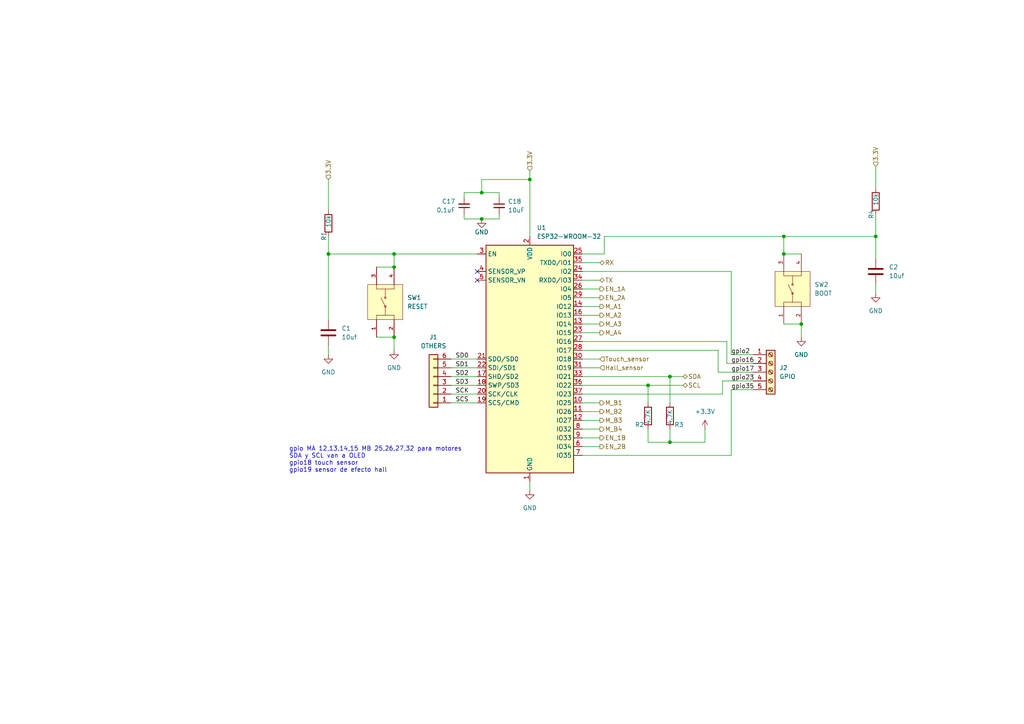
<source format=kicad_sch>
(kicad_sch (version 20211123) (generator eeschema)
  (paper "A4")
  (lib_symbols
    (symbol "1825910-6:1825910-6" (pin_names (offset 1.016) hide)
      (property "Reference" "SW" (at -5.08 5.842 0))
      (property "Value" "1825910-6" (at -5.08 -7.62 0))
      (symbol "1825910-6_0_0"
        (rectangle (start -5.08 -5.08) (end 5.08 5.08) (stroke (width 0.127)) (fill (type background)))
        (circle (center -1.27 0) (radius 0.254) (stroke (width 0.127)))
        (polyline (pts (xy -5.08 2.54) (xy -3.81 2.54)) (stroke (width 0.127)))
        (polyline (pts (xy -3.81 -2.54) (xy -5.08 -2.54)) (stroke (width 0.127)))
        (polyline (pts (xy -3.81 0) (xy -3.81 -2.54)) (stroke (width 0.127)))
        (polyline (pts (xy -3.81 0) (xy -1.27 0)) (stroke (width 0.127)))
        (polyline (pts (xy -3.81 2.54) (xy -3.81 0)) (stroke (width 0.127)))
        (polyline (pts (xy -1.27 0) (xy 1.27 1.27)) (stroke (width 0.127)))
        (polyline (pts (xy 1.27 0) (xy 3.81 0)) (stroke (width 0.127)))
        (polyline (pts (xy 3.81 -2.54) (xy 5.08 -2.54)) (stroke (width 0.127)))
        (polyline (pts (xy 3.81 0) (xy 3.81 -2.54)) (stroke (width 0.127)))
        (polyline (pts (xy 3.81 0) (xy 3.81 2.54)) (stroke (width 0.127)))
        (polyline (pts (xy 3.81 2.54) (xy 5.08 2.54)) (stroke (width 0.127)))
        (circle (center 1.27 0) (radius 0.254) (stroke (width 0.127)))
        (pin passive line (at -10.16 2.54 0) (length 5.08) (name "~") (number "1"))
        (pin passive line (at -10.16 -2.54 0) (length 5.08) (name "~") (number "2"))
        (pin passive line (at 10.16 2.54 180) (length 5.08) (name "~") (number "3"))
        (pin passive line (at 10.16 -2.54 180) (length 5.08) (name "~") (number "4"))
      )
    )
    (symbol "Connector:Screw_Terminal_01x05" (pin_names (offset 1.016) hide)
      (property "Reference" "J" (at 0 7.62 0))
      (property "Value" "Screw_Terminal_01x05" (at 0 -7.62 0))
      (symbol "Screw_Terminal_01x05_1_1"
        (rectangle (start -1.27 6.35) (end 1.27 -6.35) (stroke (width 0.254)) (fill (type background)))
        (circle (center 0 -5.08) (radius 0.635) (stroke (width 0.1524)))
        (circle (center 0 -2.54) (radius 0.635) (stroke (width 0.1524)))
        (polyline (pts (xy -0.5334 -4.7498) (xy 0.3302 -5.588)) (stroke (width 0.1524)))
        (polyline (pts (xy -0.5334 -2.2098) (xy 0.3302 -3.048)) (stroke (width 0.1524)))
        (polyline (pts (xy -0.5334 0.3302) (xy 0.3302 -0.508)) (stroke (width 0.1524)))
        (polyline (pts (xy -0.5334 2.8702) (xy 0.3302 2.032)) (stroke (width 0.1524)))
        (polyline (pts (xy -0.5334 5.4102) (xy 0.3302 4.572)) (stroke (width 0.1524)))
        (polyline (pts (xy -0.3556 -4.572) (xy 0.508 -5.4102)) (stroke (width 0.1524)))
        (polyline (pts (xy -0.3556 -2.032) (xy 0.508 -2.8702)) (stroke (width 0.1524)))
        (polyline (pts (xy -0.3556 0.508) (xy 0.508 -0.3302)) (stroke (width 0.1524)))
        (polyline (pts (xy -0.3556 3.048) (xy 0.508 2.2098)) (stroke (width 0.1524)))
        (polyline (pts (xy -0.3556 5.588) (xy 0.508 4.7498)) (stroke (width 0.1524)))
        (circle (center 0 0) (radius 0.635) (stroke (width 0.1524)))
        (circle (center 0 2.54) (radius 0.635) (stroke (width 0.1524)))
        (circle (center 0 5.08) (radius 0.635) (stroke (width 0.1524)))
        (pin passive line (at -5.08 5.08 0) (length 3.81) (name "Pin_1") (number "1"))
        (pin passive line (at -5.08 2.54 0) (length 3.81) (name "Pin_2") (number "2"))
        (pin passive line (at -5.08 0 0) (length 3.81) (name "Pin_3") (number "3"))
        (pin passive line (at -5.08 -2.54 0) (length 3.81) (name "Pin_4") (number "4"))
        (pin passive line (at -5.08 -5.08 0) (length 3.81) (name "Pin_5") (number "5"))
      )
    )
    (symbol "Connector_Generic:Conn_01x06" (pin_names (offset 1.016) hide)
      (property "Reference" "J" (at 0 7.62 0))
      (property "Value" "Conn_01x06" (at 0 -10.16 0))
      (symbol "Conn_01x06_1_1"
        (rectangle (start -1.27 -7.493) (end 0 -7.747) (stroke (width 0.1524)))
        (rectangle (start -1.27 -4.953) (end 0 -5.207) (stroke (width 0.1524)))
        (rectangle (start -1.27 -2.413) (end 0 -2.667) (stroke (width 0.1524)))
        (rectangle (start -1.27 0.127) (end 0 -0.127) (stroke (width 0.1524)))
        (rectangle (start -1.27 2.667) (end 0 2.413) (stroke (width 0.1524)))
        (rectangle (start -1.27 5.207) (end 0 4.953) (stroke (width 0.1524)))
        (rectangle (start -1.27 6.35) (end 1.27 -8.89) (stroke (width 0.254)) (fill (type background)))
        (pin passive line (at -5.08 5.08 0) (length 3.81) (name "Pin_1") (number "1"))
        (pin passive line (at -5.08 2.54 0) (length 3.81) (name "Pin_2") (number "2"))
        (pin passive line (at -5.08 0 0) (length 3.81) (name "Pin_3") (number "3"))
        (pin passive line (at -5.08 -2.54 0) (length 3.81) (name "Pin_4") (number "4"))
        (pin passive line (at -5.08 -5.08 0) (length 3.81) (name "Pin_5") (number "5"))
        (pin passive line (at -5.08 -7.62 0) (length 3.81) (name "Pin_6") (number "6"))
      )
    )
    (symbol "Device:C" (pin_numbers hide) (pin_names (offset 0.254))
      (property "Reference" "C" (at 0.635 2.54 0))
      (property "Value" "C" (at 0.635 -2.54 0))
      (symbol "C_0_1"
        (polyline (pts (xy -2.032 -0.762) (xy 2.032 -0.762)) (stroke (width 0.508)))
        (polyline (pts (xy -2.032 0.762) (xy 2.032 0.762)) (stroke (width 0.508)))
      )
      (symbol "C_1_1"
        (pin passive line (at 0 3.81 270) (length 2.794) (name "~") (number "1"))
        (pin passive line (at 0 -3.81 90) (length 2.794) (name "~") (number "2"))
      )
    )
    (symbol "Device:C_Small" (pin_numbers hide) (pin_names (offset 0.254) hide)
      (property "Reference" "C" (at 0.254 1.778 0))
      (property "Value" "C_Small" (at 0.254 -2.032 0))
      (symbol "C_Small_0_1"
        (polyline (pts (xy -1.524 -0.508) (xy 1.524 -0.508)) (stroke (width 0.3302)))
        (polyline (pts (xy -1.524 0.508) (xy 1.524 0.508)) (stroke (width 0.3048)))
      )
      (symbol "C_Small_1_1"
        (pin passive line (at 0 2.54 270) (length 2.032) (name "~") (number "1"))
        (pin passive line (at 0 -2.54 90) (length 2.032) (name "~") (number "2"))
      )
    )
    (symbol "Device:R" (pin_numbers hide) (pin_names (offset 0))
      (property "Reference" "R" (at 2.032 0 90))
      (property "Value" "R" (at 0 0 90))
      (symbol "R_0_1"
        (rectangle (start -1.016 -2.54) (end 1.016 2.54) (stroke (width 0.254)))
      )
      (symbol "R_1_1"
        (pin passive line (at 0 3.81 270) (length 1.27) (name "~") (number "1"))
        (pin passive line (at 0 -3.81 90) (length 1.27) (name "~") (number "2"))
      )
    )
    (symbol "RF_Module:ESP32-WROOM-32"
      (property "Reference" "U" (at -12.7 34.29 0))
      (property "Value" "ESP32-WROOM-32" (at 1.27 34.29 0))
      (symbol "ESP32-WROOM-32_0_1"
        (rectangle (start -12.7 33.02) (end 12.7 -33.02) (stroke (width 0.254)) (fill (type background)))
      )
      (symbol "ESP32-WROOM-32_1_1"
        (pin power_in line (at 0 -35.56 90) (length 2.54) (name "GND") (number "1"))
        (pin bidirectional line (at 15.24 -12.7 180) (length 2.54) (name "IO25") (number "10"))
        (pin bidirectional line (at 15.24 -15.24 180) (length 2.54) (name "IO26") (number "11"))
        (pin bidirectional line (at 15.24 -17.78 180) (length 2.54) (name "IO27") (number "12"))
        (pin bidirectional line (at 15.24 10.16 180) (length 2.54) (name "IO14") (number "13"))
        (pin bidirectional line (at 15.24 15.24 180) (length 2.54) (name "IO12") (number "14"))
        (pin passive line (at 0 -35.56 90) (length 2.54) hide (name "GND") (number "15"))
        (pin bidirectional line (at 15.24 12.7 180) (length 2.54) (name "IO13") (number "16"))
        (pin bidirectional line (at -15.24 -5.08 0) (length 2.54) (name "SHD/SD2") (number "17"))
        (pin bidirectional line (at -15.24 -7.62 0) (length 2.54) (name "SWP/SD3") (number "18"))
        (pin bidirectional line (at -15.24 -12.7 0) (length 2.54) (name "SCS/CMD") (number "19"))
        (pin power_in line (at 0 35.56 270) (length 2.54) (name "VDD") (number "2"))
        (pin bidirectional line (at -15.24 -10.16 0) (length 2.54) (name "SCK/CLK") (number "20"))
        (pin bidirectional line (at -15.24 0 0) (length 2.54) (name "SDO/SD0") (number "21"))
        (pin bidirectional line (at -15.24 -2.54 0) (length 2.54) (name "SDI/SD1") (number "22"))
        (pin bidirectional line (at 15.24 7.62 180) (length 2.54) (name "IO15") (number "23"))
        (pin bidirectional line (at 15.24 25.4 180) (length 2.54) (name "IO2") (number "24"))
        (pin bidirectional line (at 15.24 30.48 180) (length 2.54) (name "IO0") (number "25"))
        (pin bidirectional line (at 15.24 20.32 180) (length 2.54) (name "IO4") (number "26"))
        (pin bidirectional line (at 15.24 5.08 180) (length 2.54) (name "IO16") (number "27"))
        (pin bidirectional line (at 15.24 2.54 180) (length 2.54) (name "IO17") (number "28"))
        (pin bidirectional line (at 15.24 17.78 180) (length 2.54) (name "IO5") (number "29"))
        (pin input line (at -15.24 30.48 0) (length 2.54) (name "EN") (number "3"))
        (pin bidirectional line (at 15.24 0 180) (length 2.54) (name "IO18") (number "30"))
        (pin bidirectional line (at 15.24 -2.54 180) (length 2.54) (name "IO19") (number "31"))
        (pin no_connect line (at -12.7 -27.94 0) (length 2.54) hide (name "NC") (number "32"))
        (pin bidirectional line (at 15.24 -5.08 180) (length 2.54) (name "IO21") (number "33"))
        (pin bidirectional line (at 15.24 22.86 180) (length 2.54) (name "RXD0/IO3") (number "34"))
        (pin bidirectional line (at 15.24 27.94 180) (length 2.54) (name "TXD0/IO1") (number "35"))
        (pin bidirectional line (at 15.24 -7.62 180) (length 2.54) (name "IO22") (number "36"))
        (pin bidirectional line (at 15.24 -10.16 180) (length 2.54) (name "IO23") (number "37"))
        (pin passive line (at 0 -35.56 90) (length 2.54) hide (name "GND") (number "38"))
        (pin passive line (at 0 -35.56 90) (length 2.54) hide (name "GND") (number "39"))
        (pin input line (at -15.24 25.4 0) (length 2.54) (name "SENSOR_VP") (number "4"))
        (pin input line (at -15.24 22.86 0) (length 2.54) (name "SENSOR_VN") (number "5"))
        (pin input line (at 15.24 -25.4 180) (length 2.54) (name "IO34") (number "6"))
        (pin input line (at 15.24 -27.94 180) (length 2.54) (name "IO35") (number "7"))
        (pin bidirectional line (at 15.24 -20.32 180) (length 2.54) (name "IO32") (number "8"))
        (pin bidirectional line (at 15.24 -22.86 180) (length 2.54) (name "IO33") (number "9"))
      )
    )
    (symbol "power:+3.3V" (power) (pin_names (offset 0))
      (property "Value" "+3.3V" (at 0 3.556 0))
      (symbol "+3.3V_0_1"
        (polyline (pts (xy -0.762 1.27) (xy 0 2.54)))
        (polyline (pts (xy 0 0) (xy 0 2.54)))
        (polyline (pts (xy 0 2.54) (xy 0.762 1.27)))
      )
      (symbol "+3.3V_1_1"
        (pin power_in line (at 0 0 90) (length 0) hide (name "+3.3V") (number "1"))
      )
    )
    (symbol "power:GND" (power) (pin_names (offset 0))
      (property "Value" "GND" (at 0 -3.81 0))
      (symbol "GND_0_1"
        (polyline (pts (xy 0 0) (xy 0 -1.27) (xy 1.27 -1.27) (xy 0 -2.54) (xy -1.27 -1.27) (xy 0 -1.27)))
      )
      (symbol "GND_1_1"
        (pin power_in line (at 0 0 270) (length 0) hide (name "GND") (number "1"))
      )
    )
  )
  (junction (at 194.31 128.27))
  (junction (at 114.3 97.79))
  (junction (at 254 68.58))
  (junction (at 187.96 111.76))
  (junction (at 95.25 73.66))
  (junction (at 194.31 109.22))
  (junction (at 139.7 63.5))
  (junction (at 114.3 77.47))
  (junction (at 139.7 55.88))
  (junction (at 153.67 52.07))
  (junction (at 114.3 73.66))
  (junction (at 227.33 68.58))
  (junction (at 227.33 73.66))
  (junction (at 232.41 93.98))
  (no_connect (at 138.43 81.28))
  (no_connect (at 138.43 78.74))
  (wire (pts (xy 227.33 68.58) (xy 254 68.58)))
  (wire (pts (xy 212.09 113.03) (xy 218.44 113.03)))
  (wire (pts (xy 208.28 107.95) (xy 218.44 107.95)))
  (wire (pts (xy 168.91 76.2) (xy 173.99 76.2)))
  (wire (pts (xy 153.67 52.07) (xy 139.7 52.07)))
  (wire (pts (xy 232.41 93.98) (xy 232.41 97.79)))
  (wire (pts (xy 210.82 99.06) (xy 210.82 105.41)))
  (wire (pts (xy 114.3 97.79) (xy 114.3 101.6)))
  (wire (pts (xy 175.26 68.58) (xy 227.33 68.58)))
  (wire (pts (xy 227.33 93.98) (xy 232.41 93.98)))
  (wire (pts (xy 153.67 139.7) (xy 153.67 142.24)))
  (wire (pts (xy 212.09 102.87) (xy 218.44 102.87)))
  (wire (pts (xy 114.3 73.66) (xy 138.43 73.66)))
  (wire (pts (xy 130.81 106.68) (xy 138.43 106.68)))
  (wire (pts (xy 139.7 63.5) (xy 144.78 63.5)))
  (wire (pts (xy 134.62 62.23) (xy 134.62 63.5)))
  (wire (pts (xy 109.22 97.79) (xy 114.3 97.79)))
  (wire (pts (xy 187.96 111.76) (xy 198.12 111.76)))
  (wire (pts (xy 212.09 132.08) (xy 212.09 113.03)))
  (wire (pts (xy 194.31 124.46) (xy 194.31 128.27)))
  (wire (pts (xy 168.91 124.46) (xy 173.99 124.46)))
  (wire (pts (xy 130.81 104.14) (xy 138.43 104.14)))
  (wire (pts (xy 168.91 96.52) (xy 173.99 96.52)))
  (wire (pts (xy 168.91 88.9) (xy 173.99 88.9)))
  (wire (pts (xy 130.81 114.3) (xy 138.43 114.3)))
  (wire (pts (xy 168.91 101.6) (xy 208.28 101.6)))
  (wire (pts (xy 130.81 111.76) (xy 138.43 111.76)))
  (wire (pts (xy 130.81 109.22) (xy 138.43 109.22)))
  (wire (pts (xy 212.09 78.74) (xy 212.09 102.87)))
  (wire (pts (xy 208.28 101.6) (xy 208.28 107.95)))
  (wire (pts (xy 254 74.93) (xy 254 68.58)))
  (wire (pts (xy 139.7 55.88) (xy 144.78 55.88)))
  (wire (pts (xy 187.96 111.76) (xy 187.96 116.84)))
  (wire (pts (xy 254 82.55) (xy 254 85.09)))
  (wire (pts (xy 168.91 73.66) (xy 175.26 73.66)))
  (wire (pts (xy 144.78 55.88) (xy 144.78 57.15)))
  (wire (pts (xy 168.91 93.98) (xy 173.99 93.98)))
  (wire (pts (xy 194.31 109.22) (xy 194.31 116.84)))
  (wire (pts (xy 134.62 63.5) (xy 139.7 63.5)))
  (wire (pts (xy 168.91 86.36) (xy 173.99 86.36)))
  (wire (pts (xy 95.25 73.66) (xy 95.25 68.58)))
  (wire (pts (xy 254 48.26) (xy 254 54.61)))
  (wire (pts (xy 95.25 73.66) (xy 114.3 73.66)))
  (wire (pts (xy 210.82 105.41) (xy 218.44 105.41)))
  (wire (pts (xy 168.91 104.14) (xy 173.99 104.14)))
  (wire (pts (xy 187.96 124.46) (xy 187.96 128.27)))
  (wire (pts (xy 168.91 132.08) (xy 212.09 132.08)))
  (wire (pts (xy 168.91 129.54) (xy 173.99 129.54)))
  (wire (pts (xy 168.91 111.76) (xy 187.96 111.76)))
  (wire (pts (xy 134.62 55.88) (xy 139.7 55.88)))
  (wire (pts (xy 168.91 106.68) (xy 173.99 106.68)))
  (wire (pts (xy 194.31 128.27) (xy 204.47 128.27)))
  (wire (pts (xy 153.67 49.53) (xy 153.67 52.07)))
  (wire (pts (xy 95.25 100.33) (xy 95.25 102.87)))
  (wire (pts (xy 168.91 78.74) (xy 212.09 78.74)))
  (wire (pts (xy 144.78 63.5) (xy 144.78 62.23)))
  (wire (pts (xy 168.91 91.44) (xy 173.99 91.44)))
  (wire (pts (xy 139.7 52.07) (xy 139.7 55.88)))
  (wire (pts (xy 210.82 99.06) (xy 168.91 99.06)))
  (wire (pts (xy 227.33 73.66) (xy 232.41 73.66)))
  (wire (pts (xy 168.91 81.28) (xy 173.99 81.28)))
  (wire (pts (xy 109.22 77.47) (xy 114.3 77.47)))
  (wire (pts (xy 168.91 83.82) (xy 173.99 83.82)))
  (wire (pts (xy 209.55 114.3) (xy 209.55 110.49)))
  (wire (pts (xy 227.33 68.58) (xy 227.33 73.66)))
  (wire (pts (xy 114.3 73.66) (xy 114.3 77.47)))
  (wire (pts (xy 187.96 128.27) (xy 194.31 128.27)))
  (wire (pts (xy 168.91 116.84) (xy 173.99 116.84)))
  (wire (pts (xy 204.47 128.27) (xy 204.47 124.46)))
  (wire (pts (xy 175.26 73.66) (xy 175.26 68.58)))
  (wire (pts (xy 194.31 109.22) (xy 198.12 109.22)))
  (wire (pts (xy 168.91 121.92) (xy 173.99 121.92)))
  (wire (pts (xy 168.91 127) (xy 173.99 127)))
  (wire (pts (xy 153.67 52.07) (xy 153.67 68.58)))
  (wire (pts (xy 95.25 92.71) (xy 95.25 73.66)))
  (wire (pts (xy 168.91 114.3) (xy 209.55 114.3)))
  (wire (pts (xy 95.25 52.07) (xy 95.25 60.96)))
  (wire (pts (xy 168.91 109.22) (xy 194.31 109.22)))
  (wire (pts (xy 130.81 116.84) (xy 138.43 116.84)))
  (wire (pts (xy 168.91 119.38) (xy 173.99 119.38)))
  (wire (pts (xy 254 62.23) (xy 254 68.58)))
  (wire (pts (xy 209.55 110.49) (xy 218.44 110.49)))
  (wire (pts (xy 134.62 57.15) (xy 134.62 55.88)))
  (text "gpio MA 12,13,14,15 MB 25,26,27,32 para motores\nSDA y SCL van a OLED\ngpio18 touch sensor\ngpio19 sensor de efecto hall" (at 83.82 137.16 0) (effects (font (size 1.27 1.27)) (justify left bottom)))
  (label "SD3" (at 132.08 111.76 0))
  (label "gpio23" (at 212.09 110.49 0))
  (label "gpio35" (at 212.09 113.03 0))
  (label "gpio2" (at 212.09 102.87 0))
  (label "SCK" (at 132.08 114.3 0))
  (label "SCS" (at 132.08 116.84 0))
  (label "SD2" (at 132.08 109.22 0))
  (label "SD0" (at 132.08 104.14 0))
  (label "gpio17" (at 212.09 107.95 0))
  (label "SD1" (at 132.08 106.68 0))
  (label "gpio16" (at 212.09 105.41 0))
  (hierarchical_label "M_B3" (shape output) (at 173.99 121.92 0))
  (hierarchical_label "EN_1B" (shape output) (at 173.99 127 0))
  (hierarchical_label "TX" (shape bidirectional) (at 173.99 81.28 0))
  (hierarchical_label "M_A1" (shape output) (at 173.99 88.9 0))
  (hierarchical_label "M_A2" (shape output) (at 173.99 91.44 0))
  (hierarchical_label "EN_2A" (shape output) (at 173.99 86.36 0))
  (hierarchical_label "3.3V" (shape input) (at 254 48.26 90))
  (hierarchical_label "EN_2B" (shape output) (at 173.99 129.54 0))
  (hierarchical_label "Hall_sensor" (shape input) (at 173.99 106.68 0))
  (hierarchical_label "M_B1" (shape output) (at 173.99 116.84 0))
  (hierarchical_label "3.3V" (shape input) (at 95.25 52.07 90))
  (hierarchical_label "M_A4" (shape output) (at 173.99 96.52 0))
  (hierarchical_label "Touch_sensor" (shape input) (at 173.99 104.14 0))
  (hierarchical_label "EN_1A" (shape output) (at 173.99 83.82 0))
  (hierarchical_label "M_A3" (shape output) (at 173.99 93.98 0))
  (hierarchical_label "M_B4" (shape output) (at 173.99 124.46 0))
  (hierarchical_label "M_B2" (shape output) (at 173.99 119.38 0))
  (hierarchical_label "RX" (shape bidirectional) (at 173.99 76.2 0))
  (hierarchical_label "SCL" (shape bidirectional) (at 198.12 111.76 0))
  (hierarchical_label "3.3V" (shape input) (at 153.67 49.53 90))
  (hierarchical_label "SDA" (shape bidirectional) (at 198.12 109.22 0))
  (symbol (lib_id "Device:C") (at 254 78.74 0) (unit 1)
    (property "Reference" "C2" (at 257.81 77.4699 0) (effects (justify left)))
    (property "Value" "10uf" (at 257.81 80.0099 0) (effects (justify left)))
    (property "Footprint" "Capacitor_SMD:C_1206_3216Metric" (effects hide))
  )
  (symbol (lib_id "power:GND") (at 153.67 142.24 0) (unit 1)
    (property "Reference" "#PWR0116" (effects hide))
    (property "Value" "GND" (at 153.67 147.32 0))
  )
  (symbol (lib_id "Connector:Screw_Terminal_01x05") (at 223.52 107.95 0) (unit 1)
    (property "Reference" "J2" (at 226.06 106.6799 0) (effects (justify left)))
    (property "Value" "GPIO" (at 226.06 109.2199 0) (effects (justify left)))
    (property "Footprint" "Connector_JST:JST_EH_B5B-EH-A_1x05_P2.50mm_Vertical" (effects hide))
  )
  (symbol (lib_id "Device:C_Small") (at 134.62 59.69 0) (mirror x) (unit 1)
    (property "Reference" "C17" (at 132.08 58.4135 0) (effects (justify right)))
    (property "Value" "0.1uF" (at 132.08 60.9535 0) (effects (justify right)))
    (property "Footprint" "Capacitor_SMD:C_1206_3216Metric_Pad1.33x1.80mm_HandSolder" (effects hide))
  )
  (symbol (lib_id "power:GND") (at 114.3 101.6 0) (unit 1)
    (property "Reference" "#PWR0117" (effects hide))
    (property "Value" "GND" (at 114.3 106.68 0))
  )
  (symbol (lib_id "Device:R") (at 187.96 120.65 0) (unit 1)
    (property "Reference" "R2" (at 184.15 123.19 0) (effects (justify left)))
    (property "Value" "4.7K" (at 187.96 123.19 90) (effects (justify left)))
    (property "Footprint" "Resistor_SMD:R_1206_3216Metric_Pad1.30x1.75mm_HandSolder" (effects hide))
  )
  (symbol (lib_id "Connector_Generic:Conn_01x06") (at 125.73 111.76 180) (unit 1)
    (property "Reference" "J1" (at 125.73 97.79 0))
    (property "Value" "OTHERS" (at 125.73 100.33 0))
    (property "Footprint" "Connector_JST:JST_EH_B6B-EH-A_1x06_P2.50mm_Vertical" (effects hide))
  )
  (symbol (lib_id "1825910-6:1825910-6") (at 111.76 87.63 90) (unit 1)
    (property "Reference" "SW1" (at 118.11 86.3599 90) (effects (justify right)))
    (property "Value" "RESET" (at 118.11 88.8999 90) (effects (justify right)))
    (property "Footprint" "w_switch:smd_push2" (effects hide))
    (property "Comment" "1825910-6" (effects hide))
    (property "EU_RoHS_Compliance" "Compliant" (effects hide))
  )
  (symbol (lib_id "Device:R") (at 95.25 64.77 0) (unit 1)
    (property "Reference" "R1" (at 93.98 69.85 90) (effects (justify left)))
    (property "Value" "10k" (at 95.25 66.04 90) (effects (justify left)))
    (property "Footprint" "Resistor_SMD:R_1206_3216Metric_Pad1.30x1.75mm_HandSolder" (effects hide))
  )
  (symbol (lib_id "power:GND") (at 254 85.09 0) (unit 1)
    (property "Reference" "#PWR0119" (effects hide))
    (property "Value" "GND" (at 254 90.17 0))
  )
  (symbol (lib_id "power:+3.3V") (at 204.47 124.46 0) (unit 1)
    (property "Reference" "#PWR06" (effects hide))
    (property "Value" "+3.3V" (at 204.47 119.38 0))
  )
  (symbol (lib_id "power:GND") (at 232.41 97.79 0) (unit 1)
    (property "Reference" "#PWR0120" (effects hide))
    (property "Value" "GND" (at 232.41 102.87 0))
  )
  (symbol (lib_id "RF_Module:ESP32-WROOM-32") (at 153.67 104.14 0) (unit 1)
    (property "Reference" "U1" (at 155.6894 66.04 0) (effects (justify left)))
    (property "Value" "ESP32-WROOM-32" (at 155.6894 68.58 0) (effects (justify left)))
    (property "Footprint" "RF_Module:ESP32-WROOM-32" (effects hide))
    (property "Datasheet" "https://www.espressif.com/sites/default/files/documentation/esp32-wroom-32_datasheet_en.pdf" (effects hide))
  )
  (symbol (lib_id "Device:R") (at 254 58.42 0) (unit 1)
    (property "Reference" "R4" (at 252.73 63.5 90) (effects (justify left)))
    (property "Value" "10k" (at 254 59.69 90) (effects (justify left)))
    (property "Footprint" "Resistor_SMD:R_1206_3216Metric_Pad1.30x1.75mm_HandSolder" (effects hide))
  )
  (symbol (lib_id "Device:C_Small") (at 144.78 59.69 0) (unit 1)
    (property "Reference" "C18" (at 147.32 58.4262 0) (effects (justify left)))
    (property "Value" "10uF" (at 147.32 60.9662 0) (effects (justify left)))
    (property "Footprint" "Capacitor_SMD:C_1206_3216Metric_Pad1.33x1.80mm_HandSolder" (effects hide))
  )
  (symbol (lib_id "Device:C") (at 95.25 96.52 0) (unit 1)
    (property "Reference" "C1" (at 99.06 95.2499 0) (effects (justify left)))
    (property "Value" "10uf" (at 99.06 97.7899 0) (effects (justify left)))
    (property "Footprint" "Capacitor_SMD:C_1206_3216Metric_Pad1.33x1.80mm_HandSolder" (effects hide))
  )
  (symbol (lib_id "power:GND") (at 95.25 102.87 0) (unit 1)
    (property "Reference" "#PWR0118" (effects hide))
    (property "Value" "GND" (at 95.25 107.95 0))
  )
  (symbol (lib_id "1825910-6:1825910-6") (at 229.87 83.82 90) (unit 1)
    (property "Reference" "SW2" (at 236.22 82.5499 90) (effects (justify right)))
    (property "Value" "BOOT" (at 236.22 85.0899 90) (effects (justify right)))
    (property "Footprint" "w_switch:smd_push2" (effects hide))
    (property "Comment" "1825910-6" (effects hide))
    (property "EU_RoHS_Compliance" "Compliant" (effects hide))
  )
  (symbol (lib_id "Device:R") (at 194.31 120.65 0) (unit 1)
    (property "Reference" "R3" (at 195.58 123.19 0) (effects (justify left)))
    (property "Value" "4.7K" (at 194.31 123.19 90) (effects (justify left)))
    (property "Footprint" "Resistor_SMD:R_1206_3216Metric_Pad1.30x1.75mm_HandSolder" (effects hide))
  )
  (symbol (lib_id "power:GND") (at 139.7 63.5 0) (unit 1)
    (property "Reference" "#PWR07" (effects hide))
    (property "Value" "GND" (at 139.7 67.31 0))
  )
)
</source>
